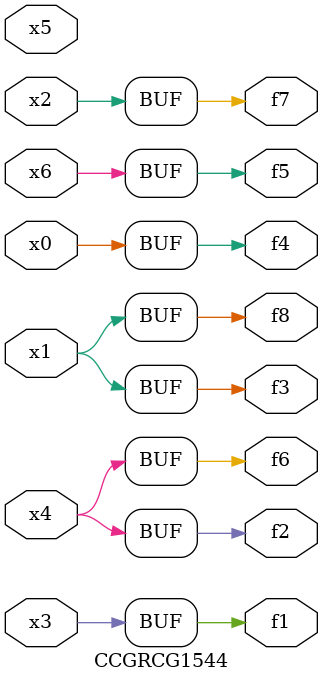
<source format=v>
module CCGRCG1544(
	input x0, x1, x2, x3, x4, x5, x6,
	output f1, f2, f3, f4, f5, f6, f7, f8
);
	assign f1 = x3;
	assign f2 = x4;
	assign f3 = x1;
	assign f4 = x0;
	assign f5 = x6;
	assign f6 = x4;
	assign f7 = x2;
	assign f8 = x1;
endmodule

</source>
